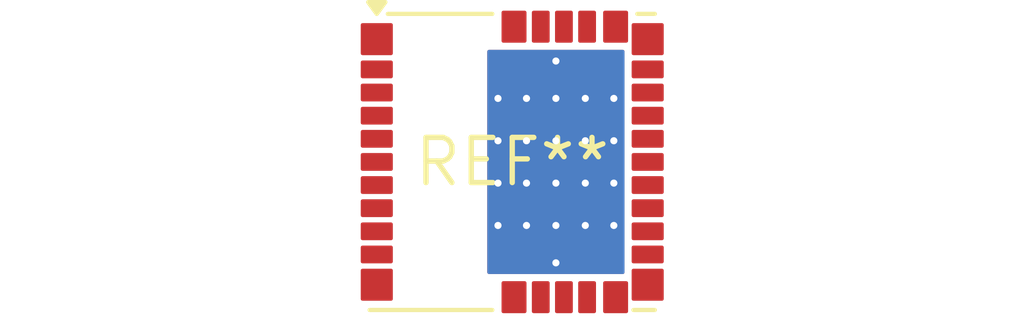
<source format=kicad_pcb>
(kicad_pcb (version 20240108) (generator pcbnew)
  (layers (0 "F.Cu" signal) (31 "B.Cu" signal) (34 "B.Paste" user) (35 "F.Paste" user) (36 "B.SilkS" user "B.Silkscreen") (37 "F.SilkS" user "F.Silkscreen") (38 "B.Mask" user) (39 "F.Mask" user) (44 "Edge.Cuts" user))
  (net 0 "")
  (footprint "Texas_RWH0032A_ThermalVias" (layer "F.Cu") (at 0 0)
    (property "Reference" "REF**")
    (property "Value" "Texas_RWH0032A_ThermalVias")
    (fp_line (start -3.49 -4.16) (end -0.56 -4.16) (layer "F.SilkS") (stroke (width 0.12)))
    (fp_line (start -0.56 4.16) (end -4 4.16) (layer "F.SilkS") (stroke (width 0.12)))
    (fp_line (start 3.51 -4.16) (end 4 -4.16) (layer "F.SilkS") (stroke (width 0.12)))
    (fp_line (start 4 4.16) (end 3.4 4.16) (layer "F.SilkS") (stroke (width 0.12)))
    (fp_poly (pts (xy -3.8 -4.16) (xy -4.04 -4.49) (xy -3.56 -4.49) (xy -3.8 -4.16)) (layer "F.SilkS") (stroke (width 0.12)) (fill solid))
    (pad "1" smd roundrect (at -3.8 -3.45) (size 0.9 0.9) (layers "F.Cu" "F.Paste" "F.Mask") (roundrect_rratio 0.055))
    (pad "2" smd roundrect (at -3.8 -2.6) (size 0.9 0.5) (layers "F.Cu" "F.Mask") (roundrect_rratio 0.1))
    (pad "3" smd roundrect (at -3.8 -1.95) (size 0.9 0.5) (layers "F.Cu" "F.Mask") (roundrect_rratio 0.1))
    (pad "4" smd roundrect (at -3.8 -1.3) (size 0.9 0.5) (layers "F.Cu" "F.Mask") (roundrect_rratio 0.1))
    (pad "5" smd roundrect (at -3.8 -0.65) (size 0.9 0.5) (layers "F.Cu" "F.Mask") (roundrect_rratio 0.1))
    (pad "6" smd roundrect (at -3.8 0) (size 0.9 0.5) (layers "F.Cu" "F.Mask") (roundrect_rratio 0.1))
    (pad "7" smd roundrect (at -3.8 0.65) (size 0.9 0.5) (layers "F.Cu" "F.Mask") (roundrect_rratio 0.1))
    (pad "8" smd roundrect (at -3.8 1.3) (size 0.9 0.5) (layers "F.Cu" "F.Mask") (roundrect_rratio 0.1))
    (pad "9" smd roundrect (at -3.8 1.95) (size 0.9 0.5) (layers "F.Cu" "F.Mask") (roundrect_rratio 0.1))
    (pad "10" smd roundrect (at -3.8 2.6) (size 0.9 0.5) (layers "F.Cu" "F.Mask") (roundrect_rratio 0.1))
    (pad "11" smd roundrect (at -3.8 3.45) (size 0.9 0.9) (layers "F.Cu" "F.Paste" "F.Mask") (roundrect_rratio 0.055))
    (pad "12" smd roundrect (at 0.05 3.8) (size 0.7 0.9) (layers "F.Cu" "F.Mask") (roundrect_rratio 0.072))
    (pad "13" smd roundrect (at 0.8 3.8) (size 0.5 0.9) (layers "F.Cu" "F.Mask") (roundrect_rratio 0.1))
    (pad "14" smd roundrect (at 1.45 3.8) (size 0.5 0.9) (layers "F.Cu" "F.Mask") (roundrect_rratio 0.1))
    (pad "15" smd roundrect (at 2.1 3.8) (size 0.5 0.9) (layers "F.Cu" "F.Mask") (roundrect_rratio 0.1))
    (pad "16" smd roundrect (at 2.9 3.8) (size 0.7 0.9) (layers "F.Cu" "F.Mask") (roundrect_rratio 0.072))
    (pad "17" smd roundrect (at 3.8 3.45) (size 0.9 0.9) (layers "F.Cu" "F.Paste" "F.Mask") (roundrect_rratio 0.055))
    (pad "18" smd roundrect (at 3.8 2.6) (size 0.9 0.5) (layers "F.Cu" "F.Mask") (roundrect_rratio 0.1))
    (pad "19" smd roundrect (at 3.8 1.95) (size 0.9 0.5) (layers "F.Cu" "F.Mask") (roundrect_rratio 0.1))
    (pad "20" smd roundrect (at 3.8 1.3) (size 0.9 0.5) (layers "F.Cu" "F.Mask") (roundrect_rratio 0.1))
    (pad "21" smd roundrect (at 3.8 0.65) (size 0.9 0.5) (layers "F.Cu" "F.Mask") (roundrect_rratio 0.1))
    (pad "22" smd roundrect (at 3.8 0) (size 0.9 0.5) (layers "F.Cu" "F.Mask") (roundrect_rratio 0.1))
    (pad "23" smd roundrect (at 3.8 -0.65) (size 0.9 0.5) (layers "F.Cu" "F.Mask") (roundrect_rratio 0.1))
    (pad "24" smd roundrect (at 3.8 -1.3) (size 0.9 0.5) (layers "F.Cu" "F.Mask") (roundrect_rratio 0.1))
    (pad "25" smd roundrect (at 3.8 -1.95) (size 0.9 0.5) (layers "F.Cu" "F.Mask") (roundrect_rratio 0.1))
    (pad "26" smd roundrect (at 3.8 -2.6) (size 0.9 0.5) (layers "F.Cu" "F.Mask") (roundrect_rratio 0.1))
    (pad "27" smd roundrect (at 3.8 -3.45) (size 0.9 0.9) (layers "F.Cu" "F.Paste" "F.Mask") (roundrect_rratio 0.055))
    (pad "28" smd roundrect (at 2.9 -3.8) (size 0.7 0.9) (layers "F.Cu" "F.Mask") (roundrect_rratio 0.072))
    (pad "29" smd roundrect (at 2.1 -3.8) (size 0.5 0.9) (layers "F.Cu" "F.Mask") (roundrect_rratio 0.1))
    (pad "30" smd roundrect (at 1.45 -3.8) (size 0.5 0.9) (layers "F.Cu" "F.Mask") (roundrect_rratio 0.1))
    (pad "31" smd roundrect (at 0.8 -3.8) (size 0.5 0.9) (layers "F.Cu" "F.Mask") (roundrect_rratio 0.1))
    (pad "32" smd roundrect (at 0.05 -3.8) (size 0.7 0.9) (layers "F.Cu" "F.Mask") (roundrect_rratio 0.072))
    (pad "33" thru_hole circle (at -0.4 -1.785) (size 0.5 0.5) (drill 0.2) (layers *.Cu) (remove_unused_layers))
    (pad "33" thru_hole circle (at -0.4 -0.595) (size 0.5 0.5) (drill 0.2) (layers *.Cu) (remove_unused_layers))
    (pad "33" thru_hole circle (at -0.4 0.595) (size 0.5 0.5) (drill 0.2) (layers *.Cu) (remove_unused_layers))
    (pad "33" thru_hole circle (at -0.4 1.785) (size 0.5 0.5) (drill 0.2) (layers *.Cu) (remove_unused_layers))
    (pad "33" thru_hole circle (at 0.4 -1.785) (size 0.5 0.5) (drill 0.2) (layers *.Cu) (remove_unused_layers))
    (pad "33" thru_hole circle (at 0.4 -0.595) (size 0.5 0.5) (drill 0.2) (layers *.Cu) (remove_unused_layers))
    (pad "33" thru_hole circle (at 0.4 0.595) (size 0.5 0.5) (drill 0.2) (layers *.Cu) (remove_unused_layers))
    (pad "33" thru_hole circle (at 0.4 1.785) (size 0.5 0.5) (drill 0.2) (layers *.Cu) (remove_unused_layers))
    (pad "33" thru_hole circle (at 1.225 -2.835) (size 0.5 0.5) (drill 0.2) (layers *.Cu) (remove_unused_layers))
    (pad "33" thru_hole circle (at 1.225 -1.785) (size 0.5 0.5) (drill 0.2) (layers *.Cu) (remove_unused_layers))
    (pad "33" thru_hole circle (at 1.225 -0.595) (size 0.5 0.5) (drill 0.2) (layers *.Cu) (remove_unused_layers))
    (pad "33" smd roundrect (at 1.225 0) (size 3.85 6.3) (layers "F.Cu" "F.Mask") (roundrect_rratio 0.013))
    (pad "33" smd roundrect (at 1.225 0) (size 3.85 6.3) (layers "B.Cu") (roundrect_rratio 0.013))
    (pad "33" thru_hole circle (at 1.225 0.595) (size 0.5 0.5) (drill 0.2) (layers *.Cu) (remove_unused_layers))
    (pad "33" thru_hole circle (at 1.225 1.785) (size 0.5 0.5) (drill 0.2) (layers *.Cu) (remove_unused_layers))
    (pad "33" thru_hole circle (at 1.225 2.835) (size 0.5 0.5) (drill 0.2) (layers *.Cu) (remove_unused_layers))
    (pad "33" thru_hole circle (at 2.05 -1.785) (size 0.5 0.5) (drill 0.2) (layers *.Cu) (remove_unused_layers))
    (pad "33" thru_hole circle (at 2.05 -0.595) (size 0.5 0.5) (drill 0.2) (layers *.Cu) (remove_unused_layers))
    (pad "33" thru_hole circle (at 2.05 0.595) (size 0.5 0.5) (drill 0.2) (layers *.Cu) (remove_unused_layers))
    (pad "33" thru_hole circle (at 2.05 1.785) (size 0.5 0.5) (drill 0.2) (layers *.Cu) (remove_unused_layers))
    (pad "33" thru_hole circle (at 2.85 -1.785) (size 0.5 0.5) (drill 0.2) (layers *.Cu) (remove_unused_layers))
    (pad "33" thru_hole circle (at 2.85 -0.595) (size 0.5 0.5) (drill 0.2) (layers *.Cu) (remove_unused_layers))
    (pad "33" thru_hole circle (at 2.85 0.595) (size 0.5 0.5) (drill 0.2) (layers *.Cu) (remove_unused_layers))
    (pad "33" thru_hole circle (at 2.85 1.785) (size 0.5 0.5) (drill 0.2) (layers *.Cu) (remove_unused_layers))
  )
)
</source>
